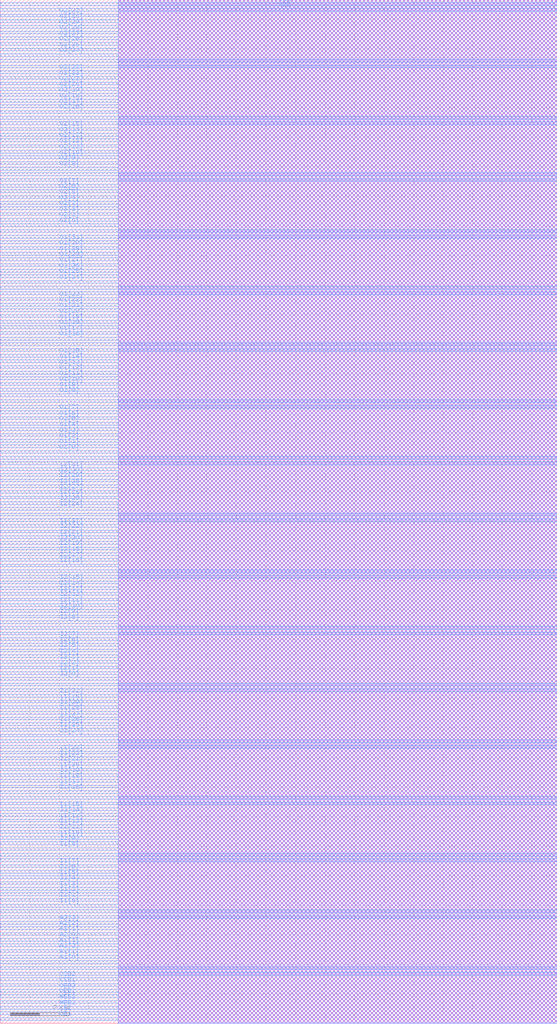
<source format=lef>
VERSION 5.6 ;
BUSBITCHARS "[]" ;
DIVIDERCHAR "/" ;

MACRO SRAM2RW16x32
  CLASS BLOCK ;
  ORIGIN 0 0 ;
  FOREIGN SRAM2RW16x32 0 0 ;
  SIZE 18.864 BY 34.656 ;
  SYMMETRY X Y ;
  SITE asap7sc7p5t ;
  PIN VDD
    DIRECTION INOUT ;
    USE POWER ;
    PORT 
      LAYER M4 ;
        RECT 0.0 1.632 18.864 1.728 ;
        RECT 0.0 3.552 18.864 3.648 ;
        RECT 0.0 5.472 18.864 5.568 ;
        RECT 0.0 7.392 18.864 7.488 ;
        RECT 0.0 9.312 18.864 9.408 ;
        RECT 0.0 11.232 18.864 11.328 ;
        RECT 0.0 13.152 18.864 13.248 ;
        RECT 0.0 15.072 18.864 15.168 ;
        RECT 0.0 16.992 18.864 17.088 ;
        RECT 0.0 18.912 18.864 19.008 ;
        RECT 0.0 20.832 18.864 20.928 ;
        RECT 0.0 22.752 18.864 22.848 ;
        RECT 0.0 24.672 18.864 24.768 ;
        RECT 0.0 26.592 18.864 26.688 ;
        RECT 0.0 28.512 18.864 28.608 ;
        RECT 0.0 30.432 18.864 30.528 ;
        RECT 0.0 32.352 18.864 32.448 ;
        RECT 0.0 34.272 18.864 34.368 ;
    END 
  END VDD
  PIN VSS
    DIRECTION INOUT ;
    USE GROUND ;
    PORT 
      LAYER M4 ;
        RECT 0.0 1.824 18.864 1.92 ;
        RECT 0.0 3.744 18.864 3.84 ;
        RECT 0.0 5.664 18.864 5.76 ;
        RECT 0.0 7.584 18.864 7.68 ;
        RECT 0.0 9.504 18.864 9.6 ;
        RECT 0.0 11.424 18.864 11.52 ;
        RECT 0.0 13.344 18.864 13.44 ;
        RECT 0.0 15.264 18.864 15.36 ;
        RECT 0.0 17.184 18.864 17.28 ;
        RECT 0.0 19.104 18.864 19.2 ;
        RECT 0.0 21.024 18.864 21.12 ;
        RECT 0.0 22.944 18.864 23.04 ;
        RECT 0.0 24.864 18.864 24.96 ;
        RECT 0.0 26.784 18.864 26.88 ;
        RECT 0.0 28.704 18.864 28.8 ;
        RECT 0.0 30.624 18.864 30.72 ;
        RECT 0.0 32.544 18.864 32.64 ;
        RECT 0.0 34.464 18.864 34.56 ;
    END 
  END VSS
  PIN CE1
    DIRECTION INPUT ;
    USE SIGNAL ;
    PORT 
      LAYER M4 ;
        RECT 0.0 0.096 4.0 0.192 ;
    END 
  END CE1
  PIN CE2
    DIRECTION INPUT ;
    USE SIGNAL ;
    PORT 
      LAYER M4 ;
        RECT 0.0 0.288 4.0 0.384 ;
    END 
  END CE2
  PIN WEB1
    DIRECTION INPUT ;
    USE SIGNAL ;
    PORT 
      LAYER M4 ;
        RECT 0.0 0.48 4.0 0.576 ;
    END 
  END WEB1
  PIN WEB2
    DIRECTION INPUT ;
    USE SIGNAL ;
    PORT 
      LAYER M4 ;
        RECT 0.0 0.672 4.0 0.768 ;
    END 
  END WEB2
  PIN OEB1
    DIRECTION INPUT ;
    USE SIGNAL ;
    PORT 
      LAYER M4 ;
        RECT 0.0 0.864 4.0 0.96 ;
    END 
  END OEB1
  PIN OEB2
    DIRECTION INPUT ;
    USE SIGNAL ;
    PORT 
      LAYER M4 ;
        RECT 0.0 1.056 4.0 1.152 ;
    END 
  END OEB2
  PIN CSB1
    DIRECTION INPUT ;
    USE SIGNAL ;
    PORT 
      LAYER M4 ;
        RECT 0.0 1.248 4.0 1.344 ;
    END 
  END CSB1
  PIN CSB2
    DIRECTION INPUT ;
    USE SIGNAL ;
    PORT 
      LAYER M4 ;
        RECT 0.0 1.44 4.0 1.536 ;
    END 
  END CSB2
  PIN A1[0]
    DIRECTION INPUT ;
    USE SIGNAL ;
    PORT 
      LAYER M4 ;
        RECT 0.0 2.016 4.0 2.112 ;
    END 
  END A1[0]
  PIN A1[1]
    DIRECTION INPUT ;
    USE SIGNAL ;
    PORT 
      LAYER M4 ;
        RECT 0.0 2.208 4.0 2.304 ;
    END 
  END A1[1]
  PIN A1[2]
    DIRECTION INPUT ;
    USE SIGNAL ;
    PORT 
      LAYER M4 ;
        RECT 0.0 2.4 4.0 2.496 ;
    END 
  END A1[2]
  PIN A1[3]
    DIRECTION INPUT ;
    USE SIGNAL ;
    PORT 
      LAYER M4 ;
        RECT 0.0 2.592 4.0 2.688 ;
    END 
  END A1[3]
  PIN A2[0]
    DIRECTION INPUT ;
    USE SIGNAL ;
    PORT 
      LAYER M4 ;
        RECT 0.0 2.784 4.0 2.88 ;
    END 
  END A2[0]
  PIN A2[1]
    DIRECTION INPUT ;
    USE SIGNAL ;
    PORT 
      LAYER M4 ;
        RECT 0.0 2.976 4.0 3.072 ;
    END 
  END A2[1]
  PIN A2[2]
    DIRECTION INPUT ;
    USE SIGNAL ;
    PORT 
      LAYER M4 ;
        RECT 0.0 3.168 4.0 3.264 ;
    END 
  END A2[2]
  PIN A2[3]
    DIRECTION INPUT ;
    USE SIGNAL ;
    PORT 
      LAYER M4 ;
        RECT 0.0 3.36 4.0 3.456 ;
    END 
  END A2[3]
  PIN I1[0]
    DIRECTION INPUT ;
    USE SIGNAL ;
    PORT 
      LAYER M4 ;
        RECT 0.0 3.936 4.0 4.032 ;
    END 
  END I1[0]
  PIN I1[1]
    DIRECTION INPUT ;
    USE SIGNAL ;
    PORT 
      LAYER M4 ;
        RECT 0.0 4.128 4.0 4.224 ;
    END 
  END I1[1]
  PIN I1[2]
    DIRECTION INPUT ;
    USE SIGNAL ;
    PORT 
      LAYER M4 ;
        RECT 0.0 4.32 4.0 4.416 ;
    END 
  END I1[2]
  PIN I1[3]
    DIRECTION INPUT ;
    USE SIGNAL ;
    PORT 
      LAYER M4 ;
        RECT 0.0 4.512 4.0 4.608 ;
    END 
  END I1[3]
  PIN I1[4]
    DIRECTION INPUT ;
    USE SIGNAL ;
    PORT 
      LAYER M4 ;
        RECT 0.0 4.704 4.0 4.8 ;
    END 
  END I1[4]
  PIN I1[5]
    DIRECTION INPUT ;
    USE SIGNAL ;
    PORT 
      LAYER M4 ;
        RECT 0.0 4.896 4.0 4.992 ;
    END 
  END I1[5]
  PIN I1[6]
    DIRECTION INPUT ;
    USE SIGNAL ;
    PORT 
      LAYER M4 ;
        RECT 0.0 5.088 4.0 5.184 ;
    END 
  END I1[6]
  PIN I1[7]
    DIRECTION INPUT ;
    USE SIGNAL ;
    PORT 
      LAYER M4 ;
        RECT 0.0 5.28 4.0 5.376 ;
    END 
  END I1[7]
  PIN I1[8]
    DIRECTION INPUT ;
    USE SIGNAL ;
    PORT 
      LAYER M4 ;
        RECT 0.0 5.856 4.0 5.952 ;
    END 
  END I1[8]
  PIN I1[9]
    DIRECTION INPUT ;
    USE SIGNAL ;
    PORT 
      LAYER M4 ;
        RECT 0.0 6.048 4.0 6.144 ;
    END 
  END I1[9]
  PIN I1[10]
    DIRECTION INPUT ;
    USE SIGNAL ;
    PORT 
      LAYER M4 ;
        RECT 0.0 6.24 4.0 6.336 ;
    END 
  END I1[10]
  PIN I1[11]
    DIRECTION INPUT ;
    USE SIGNAL ;
    PORT 
      LAYER M4 ;
        RECT 0.0 6.432 4.0 6.528 ;
    END 
  END I1[11]
  PIN I1[12]
    DIRECTION INPUT ;
    USE SIGNAL ;
    PORT 
      LAYER M4 ;
        RECT 0.0 6.624 4.0 6.72 ;
    END 
  END I1[12]
  PIN I1[13]
    DIRECTION INPUT ;
    USE SIGNAL ;
    PORT 
      LAYER M4 ;
        RECT 0.0 6.816 4.0 6.912 ;
    END 
  END I1[13]
  PIN I1[14]
    DIRECTION INPUT ;
    USE SIGNAL ;
    PORT 
      LAYER M4 ;
        RECT 0.0 7.008 4.0 7.104 ;
    END 
  END I1[14]
  PIN I1[15]
    DIRECTION INPUT ;
    USE SIGNAL ;
    PORT 
      LAYER M4 ;
        RECT 0.0 7.2 4.0 7.296 ;
    END 
  END I1[15]
  PIN I1[16]
    DIRECTION INPUT ;
    USE SIGNAL ;
    PORT 
      LAYER M4 ;
        RECT 0.0 7.776 4.0 7.872 ;
    END 
  END I1[16]
  PIN I1[17]
    DIRECTION INPUT ;
    USE SIGNAL ;
    PORT 
      LAYER M4 ;
        RECT 0.0 7.968 4.0 8.064 ;
    END 
  END I1[17]
  PIN I1[18]
    DIRECTION INPUT ;
    USE SIGNAL ;
    PORT 
      LAYER M4 ;
        RECT 0.0 8.16 4.0 8.256 ;
    END 
  END I1[18]
  PIN I1[19]
    DIRECTION INPUT ;
    USE SIGNAL ;
    PORT 
      LAYER M4 ;
        RECT 0.0 8.352 4.0 8.448 ;
    END 
  END I1[19]
  PIN I1[20]
    DIRECTION INPUT ;
    USE SIGNAL ;
    PORT 
      LAYER M4 ;
        RECT 0.0 8.544 4.0 8.64 ;
    END 
  END I1[20]
  PIN I1[21]
    DIRECTION INPUT ;
    USE SIGNAL ;
    PORT 
      LAYER M4 ;
        RECT 0.0 8.736 4.0 8.832 ;
    END 
  END I1[21]
  PIN I1[22]
    DIRECTION INPUT ;
    USE SIGNAL ;
    PORT 
      LAYER M4 ;
        RECT 0.0 8.928 4.0 9.024 ;
    END 
  END I1[22]
  PIN I1[23]
    DIRECTION INPUT ;
    USE SIGNAL ;
    PORT 
      LAYER M4 ;
        RECT 0.0 9.12 4.0 9.216 ;
    END 
  END I1[23]
  PIN I1[24]
    DIRECTION INPUT ;
    USE SIGNAL ;
    PORT 
      LAYER M4 ;
        RECT 0.0 9.696 4.0 9.792 ;
    END 
  END I1[24]
  PIN I1[25]
    DIRECTION INPUT ;
    USE SIGNAL ;
    PORT 
      LAYER M4 ;
        RECT 0.0 9.888 4.0 9.984 ;
    END 
  END I1[25]
  PIN I1[26]
    DIRECTION INPUT ;
    USE SIGNAL ;
    PORT 
      LAYER M4 ;
        RECT 0.0 10.08 4.0 10.176 ;
    END 
  END I1[26]
  PIN I1[27]
    DIRECTION INPUT ;
    USE SIGNAL ;
    PORT 
      LAYER M4 ;
        RECT 0.0 10.272 4.0 10.368 ;
    END 
  END I1[27]
  PIN I1[28]
    DIRECTION INPUT ;
    USE SIGNAL ;
    PORT 
      LAYER M4 ;
        RECT 0.0 10.464 4.0 10.56 ;
    END 
  END I1[28]
  PIN I1[29]
    DIRECTION INPUT ;
    USE SIGNAL ;
    PORT 
      LAYER M4 ;
        RECT 0.0 10.656 4.0 10.752 ;
    END 
  END I1[29]
  PIN I1[30]
    DIRECTION INPUT ;
    USE SIGNAL ;
    PORT 
      LAYER M4 ;
        RECT 0.0 10.848 4.0 10.944 ;
    END 
  END I1[30]
  PIN I1[31]
    DIRECTION INPUT ;
    USE SIGNAL ;
    PORT 
      LAYER M4 ;
        RECT 0.0 11.04 4.0 11.136 ;
    END 
  END I1[31]
  PIN I2[0]
    DIRECTION INPUT ;
    USE SIGNAL ;
    PORT 
      LAYER M4 ;
        RECT 0.0 11.616 4.0 11.712 ;
    END 
  END I2[0]
  PIN I2[1]
    DIRECTION INPUT ;
    USE SIGNAL ;
    PORT 
      LAYER M4 ;
        RECT 0.0 11.808 4.0 11.904 ;
    END 
  END I2[1]
  PIN I2[2]
    DIRECTION INPUT ;
    USE SIGNAL ;
    PORT 
      LAYER M4 ;
        RECT 0.0 12.0 4.0 12.096 ;
    END 
  END I2[2]
  PIN I2[3]
    DIRECTION INPUT ;
    USE SIGNAL ;
    PORT 
      LAYER M4 ;
        RECT 0.0 12.192 4.0 12.288 ;
    END 
  END I2[3]
  PIN I2[4]
    DIRECTION INPUT ;
    USE SIGNAL ;
    PORT 
      LAYER M4 ;
        RECT 0.0 12.384 4.0 12.48 ;
    END 
  END I2[4]
  PIN I2[5]
    DIRECTION INPUT ;
    USE SIGNAL ;
    PORT 
      LAYER M4 ;
        RECT 0.0 12.576 4.0 12.672 ;
    END 
  END I2[5]
  PIN I2[6]
    DIRECTION INPUT ;
    USE SIGNAL ;
    PORT 
      LAYER M4 ;
        RECT 0.0 12.768 4.0 12.864 ;
    END 
  END I2[6]
  PIN I2[7]
    DIRECTION INPUT ;
    USE SIGNAL ;
    PORT 
      LAYER M4 ;
        RECT 0.0 12.96 4.0 13.056 ;
    END 
  END I2[7]
  PIN I2[8]
    DIRECTION INPUT ;
    USE SIGNAL ;
    PORT 
      LAYER M4 ;
        RECT 0.0 13.536 4.0 13.632 ;
    END 
  END I2[8]
  PIN I2[9]
    DIRECTION INPUT ;
    USE SIGNAL ;
    PORT 
      LAYER M4 ;
        RECT 0.0 13.728 4.0 13.824 ;
    END 
  END I2[9]
  PIN I2[10]
    DIRECTION INPUT ;
    USE SIGNAL ;
    PORT 
      LAYER M4 ;
        RECT 0.0 13.92 4.0 14.016 ;
    END 
  END I2[10]
  PIN I2[11]
    DIRECTION INPUT ;
    USE SIGNAL ;
    PORT 
      LAYER M4 ;
        RECT 0.0 14.112 4.0 14.208 ;
    END 
  END I2[11]
  PIN I2[12]
    DIRECTION INPUT ;
    USE SIGNAL ;
    PORT 
      LAYER M4 ;
        RECT 0.0 14.304 4.0 14.4 ;
    END 
  END I2[12]
  PIN I2[13]
    DIRECTION INPUT ;
    USE SIGNAL ;
    PORT 
      LAYER M4 ;
        RECT 0.0 14.496 4.0 14.592 ;
    END 
  END I2[13]
  PIN I2[14]
    DIRECTION INPUT ;
    USE SIGNAL ;
    PORT 
      LAYER M4 ;
        RECT 0.0 14.688 4.0 14.784 ;
    END 
  END I2[14]
  PIN I2[15]
    DIRECTION INPUT ;
    USE SIGNAL ;
    PORT 
      LAYER M4 ;
        RECT 0.0 14.88 4.0 14.976 ;
    END 
  END I2[15]
  PIN I2[16]
    DIRECTION INPUT ;
    USE SIGNAL ;
    PORT 
      LAYER M4 ;
        RECT 0.0 15.456 4.0 15.552 ;
    END 
  END I2[16]
  PIN I2[17]
    DIRECTION INPUT ;
    USE SIGNAL ;
    PORT 
      LAYER M4 ;
        RECT 0.0 15.648 4.0 15.744 ;
    END 
  END I2[17]
  PIN I2[18]
    DIRECTION INPUT ;
    USE SIGNAL ;
    PORT 
      LAYER M4 ;
        RECT 0.0 15.84 4.0 15.936 ;
    END 
  END I2[18]
  PIN I2[19]
    DIRECTION INPUT ;
    USE SIGNAL ;
    PORT 
      LAYER M4 ;
        RECT 0.0 16.032 4.0 16.128 ;
    END 
  END I2[19]
  PIN I2[20]
    DIRECTION INPUT ;
    USE SIGNAL ;
    PORT 
      LAYER M4 ;
        RECT 0.0 16.224 4.0 16.32 ;
    END 
  END I2[20]
  PIN I2[21]
    DIRECTION INPUT ;
    USE SIGNAL ;
    PORT 
      LAYER M4 ;
        RECT 0.0 16.416 4.0 16.512 ;
    END 
  END I2[21]
  PIN I2[22]
    DIRECTION INPUT ;
    USE SIGNAL ;
    PORT 
      LAYER M4 ;
        RECT 0.0 16.608 4.0 16.704 ;
    END 
  END I2[22]
  PIN I2[23]
    DIRECTION INPUT ;
    USE SIGNAL ;
    PORT 
      LAYER M4 ;
        RECT 0.0 16.8 4.0 16.896 ;
    END 
  END I2[23]
  PIN I2[24]
    DIRECTION INPUT ;
    USE SIGNAL ;
    PORT 
      LAYER M4 ;
        RECT 0.0 17.376 4.0 17.472 ;
    END 
  END I2[24]
  PIN I2[25]
    DIRECTION INPUT ;
    USE SIGNAL ;
    PORT 
      LAYER M4 ;
        RECT 0.0 17.568 4.0 17.664 ;
    END 
  END I2[25]
  PIN I2[26]
    DIRECTION INPUT ;
    USE SIGNAL ;
    PORT 
      LAYER M4 ;
        RECT 0.0 17.76 4.0 17.856 ;
    END 
  END I2[26]
  PIN I2[27]
    DIRECTION INPUT ;
    USE SIGNAL ;
    PORT 
      LAYER M4 ;
        RECT 0.0 17.952 4.0 18.048 ;
    END 
  END I2[27]
  PIN I2[28]
    DIRECTION INPUT ;
    USE SIGNAL ;
    PORT 
      LAYER M4 ;
        RECT 0.0 18.144 4.0 18.24 ;
    END 
  END I2[28]
  PIN I2[29]
    DIRECTION INPUT ;
    USE SIGNAL ;
    PORT 
      LAYER M4 ;
        RECT 0.0 18.336 4.0 18.432 ;
    END 
  END I2[29]
  PIN I2[30]
    DIRECTION INPUT ;
    USE SIGNAL ;
    PORT 
      LAYER M4 ;
        RECT 0.0 18.528 4.0 18.624 ;
    END 
  END I2[30]
  PIN I2[31]
    DIRECTION INPUT ;
    USE SIGNAL ;
    PORT 
      LAYER M4 ;
        RECT 0.0 18.72 4.0 18.816 ;
    END 
  END I2[31]
  PIN O1[0]
    DIRECTION OUTPUT ;
    USE SIGNAL ;
    PORT 
      LAYER M4 ;
        RECT 0.0 19.296 4.0 19.392 ;
    END 
  END O1[0]
  PIN O1[1]
    DIRECTION OUTPUT ;
    USE SIGNAL ;
    PORT 
      LAYER M4 ;
        RECT 0.0 19.488 4.0 19.584 ;
    END 
  END O1[1]
  PIN O1[2]
    DIRECTION OUTPUT ;
    USE SIGNAL ;
    PORT 
      LAYER M4 ;
        RECT 0.0 19.68 4.0 19.776 ;
    END 
  END O1[2]
  PIN O1[3]
    DIRECTION OUTPUT ;
    USE SIGNAL ;
    PORT 
      LAYER M4 ;
        RECT 0.0 19.872 4.0 19.968 ;
    END 
  END O1[3]
  PIN O1[4]
    DIRECTION OUTPUT ;
    USE SIGNAL ;
    PORT 
      LAYER M4 ;
        RECT 0.0 20.064 4.0 20.16 ;
    END 
  END O1[4]
  PIN O1[5]
    DIRECTION OUTPUT ;
    USE SIGNAL ;
    PORT 
      LAYER M4 ;
        RECT 0.0 20.256 4.0 20.352 ;
    END 
  END O1[5]
  PIN O1[6]
    DIRECTION OUTPUT ;
    USE SIGNAL ;
    PORT 
      LAYER M4 ;
        RECT 0.0 20.448 4.0 20.544 ;
    END 
  END O1[6]
  PIN O1[7]
    DIRECTION OUTPUT ;
    USE SIGNAL ;
    PORT 
      LAYER M4 ;
        RECT 0.0 20.64 4.0 20.736 ;
    END 
  END O1[7]
  PIN O1[8]
    DIRECTION OUTPUT ;
    USE SIGNAL ;
    PORT 
      LAYER M4 ;
        RECT 0.0 21.216 4.0 21.312 ;
    END 
  END O1[8]
  PIN O1[9]
    DIRECTION OUTPUT ;
    USE SIGNAL ;
    PORT 
      LAYER M4 ;
        RECT 0.0 21.408 4.0 21.504 ;
    END 
  END O1[9]
  PIN O1[10]
    DIRECTION OUTPUT ;
    USE SIGNAL ;
    PORT 
      LAYER M4 ;
        RECT 0.0 21.6 4.0 21.696 ;
    END 
  END O1[10]
  PIN O1[11]
    DIRECTION OUTPUT ;
    USE SIGNAL ;
    PORT 
      LAYER M4 ;
        RECT 0.0 21.792 4.0 21.888 ;
    END 
  END O1[11]
  PIN O1[12]
    DIRECTION OUTPUT ;
    USE SIGNAL ;
    PORT 
      LAYER M4 ;
        RECT 0.0 21.984 4.0 22.08 ;
    END 
  END O1[12]
  PIN O1[13]
    DIRECTION OUTPUT ;
    USE SIGNAL ;
    PORT 
      LAYER M4 ;
        RECT 0.0 22.176 4.0 22.272 ;
    END 
  END O1[13]
  PIN O1[14]
    DIRECTION OUTPUT ;
    USE SIGNAL ;
    PORT 
      LAYER M4 ;
        RECT 0.0 22.368 4.0 22.464 ;
    END 
  END O1[14]
  PIN O1[15]
    DIRECTION OUTPUT ;
    USE SIGNAL ;
    PORT 
      LAYER M4 ;
        RECT 0.0 22.56 4.0 22.656 ;
    END 
  END O1[15]
  PIN O1[16]
    DIRECTION OUTPUT ;
    USE SIGNAL ;
    PORT 
      LAYER M4 ;
        RECT 0.0 23.136 4.0 23.232 ;
    END 
  END O1[16]
  PIN O1[17]
    DIRECTION OUTPUT ;
    USE SIGNAL ;
    PORT 
      LAYER M4 ;
        RECT 0.0 23.328 4.0 23.424 ;
    END 
  END O1[17]
  PIN O1[18]
    DIRECTION OUTPUT ;
    USE SIGNAL ;
    PORT 
      LAYER M4 ;
        RECT 0.0 23.52 4.0 23.616 ;
    END 
  END O1[18]
  PIN O1[19]
    DIRECTION OUTPUT ;
    USE SIGNAL ;
    PORT 
      LAYER M4 ;
        RECT 0.0 23.712 4.0 23.808 ;
    END 
  END O1[19]
  PIN O1[20]
    DIRECTION OUTPUT ;
    USE SIGNAL ;
    PORT 
      LAYER M4 ;
        RECT 0.0 23.904 4.0 24.0 ;
    END 
  END O1[20]
  PIN O1[21]
    DIRECTION OUTPUT ;
    USE SIGNAL ;
    PORT 
      LAYER M4 ;
        RECT 0.0 24.096 4.0 24.192 ;
    END 
  END O1[21]
  PIN O1[22]
    DIRECTION OUTPUT ;
    USE SIGNAL ;
    PORT 
      LAYER M4 ;
        RECT 0.0 24.288 4.0 24.384 ;
    END 
  END O1[22]
  PIN O1[23]
    DIRECTION OUTPUT ;
    USE SIGNAL ;
    PORT 
      LAYER M4 ;
        RECT 0.0 24.48 4.0 24.576 ;
    END 
  END O1[23]
  PIN O1[24]
    DIRECTION OUTPUT ;
    USE SIGNAL ;
    PORT 
      LAYER M4 ;
        RECT 0.0 25.056 4.0 25.152 ;
    END 
  END O1[24]
  PIN O1[25]
    DIRECTION OUTPUT ;
    USE SIGNAL ;
    PORT 
      LAYER M4 ;
        RECT 0.0 25.248 4.0 25.344 ;
    END 
  END O1[25]
  PIN O1[26]
    DIRECTION OUTPUT ;
    USE SIGNAL ;
    PORT 
      LAYER M4 ;
        RECT 0.0 25.44 4.0 25.536 ;
    END 
  END O1[26]
  PIN O1[27]
    DIRECTION OUTPUT ;
    USE SIGNAL ;
    PORT 
      LAYER M4 ;
        RECT 0.0 25.632 4.0 25.728 ;
    END 
  END O1[27]
  PIN O1[28]
    DIRECTION OUTPUT ;
    USE SIGNAL ;
    PORT 
      LAYER M4 ;
        RECT 0.0 25.824 4.0 25.92 ;
    END 
  END O1[28]
  PIN O1[29]
    DIRECTION OUTPUT ;
    USE SIGNAL ;
    PORT 
      LAYER M4 ;
        RECT 0.0 26.016 4.0 26.112 ;
    END 
  END O1[29]
  PIN O1[30]
    DIRECTION OUTPUT ;
    USE SIGNAL ;
    PORT 
      LAYER M4 ;
        RECT 0.0 26.208 4.0 26.304 ;
    END 
  END O1[30]
  PIN O1[31]
    DIRECTION OUTPUT ;
    USE SIGNAL ;
    PORT 
      LAYER M4 ;
        RECT 0.0 26.4 4.0 26.496 ;
    END 
  END O1[31]
  PIN O2[0]
    DIRECTION OUTPUT ;
    USE SIGNAL ;
    PORT 
      LAYER M4 ;
        RECT 0.0 26.976 4.0 27.072 ;
    END 
  END O2[0]
  PIN O2[1]
    DIRECTION OUTPUT ;
    USE SIGNAL ;
    PORT 
      LAYER M4 ;
        RECT 0.0 27.168 4.0 27.264 ;
    END 
  END O2[1]
  PIN O2[2]
    DIRECTION OUTPUT ;
    USE SIGNAL ;
    PORT 
      LAYER M4 ;
        RECT 0.0 27.36 4.0 27.456 ;
    END 
  END O2[2]
  PIN O2[3]
    DIRECTION OUTPUT ;
    USE SIGNAL ;
    PORT 
      LAYER M4 ;
        RECT 0.0 27.552 4.0 27.648 ;
    END 
  END O2[3]
  PIN O2[4]
    DIRECTION OUTPUT ;
    USE SIGNAL ;
    PORT 
      LAYER M4 ;
        RECT 0.0 27.744 4.0 27.84 ;
    END 
  END O2[4]
  PIN O2[5]
    DIRECTION OUTPUT ;
    USE SIGNAL ;
    PORT 
      LAYER M4 ;
        RECT 0.0 27.936 4.0 28.032 ;
    END 
  END O2[5]
  PIN O2[6]
    DIRECTION OUTPUT ;
    USE SIGNAL ;
    PORT 
      LAYER M4 ;
        RECT 0.0 28.128 4.0 28.224 ;
    END 
  END O2[6]
  PIN O2[7]
    DIRECTION OUTPUT ;
    USE SIGNAL ;
    PORT 
      LAYER M4 ;
        RECT 0.0 28.32 4.0 28.416 ;
    END 
  END O2[7]
  PIN O2[8]
    DIRECTION OUTPUT ;
    USE SIGNAL ;
    PORT 
      LAYER M4 ;
        RECT 0.0 28.896 4.0 28.992 ;
    END 
  END O2[8]
  PIN O2[9]
    DIRECTION OUTPUT ;
    USE SIGNAL ;
    PORT 
      LAYER M4 ;
        RECT 0.0 29.088 4.0 29.184 ;
    END 
  END O2[9]
  PIN O2[10]
    DIRECTION OUTPUT ;
    USE SIGNAL ;
    PORT 
      LAYER M4 ;
        RECT 0.0 29.28 4.0 29.376 ;
    END 
  END O2[10]
  PIN O2[11]
    DIRECTION OUTPUT ;
    USE SIGNAL ;
    PORT 
      LAYER M4 ;
        RECT 0.0 29.472 4.0 29.568 ;
    END 
  END O2[11]
  PIN O2[12]
    DIRECTION OUTPUT ;
    USE SIGNAL ;
    PORT 
      LAYER M4 ;
        RECT 0.0 29.664 4.0 29.76 ;
    END 
  END O2[12]
  PIN O2[13]
    DIRECTION OUTPUT ;
    USE SIGNAL ;
    PORT 
      LAYER M4 ;
        RECT 0.0 29.856 4.0 29.952 ;
    END 
  END O2[13]
  PIN O2[14]
    DIRECTION OUTPUT ;
    USE SIGNAL ;
    PORT 
      LAYER M4 ;
        RECT 0.0 30.048 4.0 30.144 ;
    END 
  END O2[14]
  PIN O2[15]
    DIRECTION OUTPUT ;
    USE SIGNAL ;
    PORT 
      LAYER M4 ;
        RECT 0.0 30.24 4.0 30.336 ;
    END 
  END O2[15]
  PIN O2[16]
    DIRECTION OUTPUT ;
    USE SIGNAL ;
    PORT 
      LAYER M4 ;
        RECT 0.0 30.816 4.0 30.912 ;
    END 
  END O2[16]
  PIN O2[17]
    DIRECTION OUTPUT ;
    USE SIGNAL ;
    PORT 
      LAYER M4 ;
        RECT 0.0 31.008 4.0 31.104 ;
    END 
  END O2[17]
  PIN O2[18]
    DIRECTION OUTPUT ;
    USE SIGNAL ;
    PORT 
      LAYER M4 ;
        RECT 0.0 31.2 4.0 31.296 ;
    END 
  END O2[18]
  PIN O2[19]
    DIRECTION OUTPUT ;
    USE SIGNAL ;
    PORT 
      LAYER M4 ;
        RECT 0.0 31.392 4.0 31.488 ;
    END 
  END O2[19]
  PIN O2[20]
    DIRECTION OUTPUT ;
    USE SIGNAL ;
    PORT 
      LAYER M4 ;
        RECT 0.0 31.584 4.0 31.68 ;
    END 
  END O2[20]
  PIN O2[21]
    DIRECTION OUTPUT ;
    USE SIGNAL ;
    PORT 
      LAYER M4 ;
        RECT 0.0 31.776 4.0 31.872 ;
    END 
  END O2[21]
  PIN O2[22]
    DIRECTION OUTPUT ;
    USE SIGNAL ;
    PORT 
      LAYER M4 ;
        RECT 0.0 31.968 4.0 32.064 ;
    END 
  END O2[22]
  PIN O2[23]
    DIRECTION OUTPUT ;
    USE SIGNAL ;
    PORT 
      LAYER M4 ;
        RECT 0.0 32.16 4.0 32.256 ;
    END 
  END O2[23]
  PIN O2[24]
    DIRECTION OUTPUT ;
    USE SIGNAL ;
    PORT 
      LAYER M4 ;
        RECT 0.0 32.736 4.0 32.832 ;
    END 
  END O2[24]
  PIN O2[25]
    DIRECTION OUTPUT ;
    USE SIGNAL ;
    PORT 
      LAYER M4 ;
        RECT 0.0 32.928 4.0 33.024 ;
    END 
  END O2[25]
  PIN O2[26]
    DIRECTION OUTPUT ;
    USE SIGNAL ;
    PORT 
      LAYER M4 ;
        RECT 0.0 33.12 4.0 33.216 ;
    END 
  END O2[26]
  PIN O2[27]
    DIRECTION OUTPUT ;
    USE SIGNAL ;
    PORT 
      LAYER M4 ;
        RECT 0.0 33.312 4.0 33.408 ;
    END 
  END O2[27]
  PIN O2[28]
    DIRECTION OUTPUT ;
    USE SIGNAL ;
    PORT 
      LAYER M4 ;
        RECT 0.0 33.504 4.0 33.6 ;
    END 
  END O2[28]
  PIN O2[29]
    DIRECTION OUTPUT ;
    USE SIGNAL ;
    PORT 
      LAYER M4 ;
        RECT 0.0 33.696 4.0 33.792 ;
    END 
  END O2[29]
  PIN O2[30]
    DIRECTION OUTPUT ;
    USE SIGNAL ;
    PORT 
      LAYER M4 ;
        RECT 0.0 33.888 4.0 33.984 ;
    END 
  END O2[30]
  PIN O2[31]
    DIRECTION OUTPUT ;
    USE SIGNAL ;
    PORT 
      LAYER M4 ;
        RECT 0.0 34.08 4.0 34.176 ;
    END 
  END O2[31]
  OBS 
    LAYER M1 ;
      RECT 4.0 0.0 18.864 34.656 ;
    LAYER M2 ;
      RECT 4.0 0.0 18.864 34.656 ;
    LAYER M3 ;
      RECT 4.0 0.0 18.864 34.656 ;
  END 
END SRAM2RW16x32

END LIBRARY

</source>
